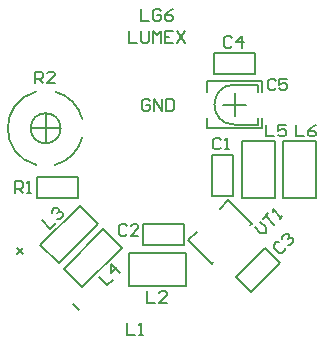
<source format=gto>
%FSLAX25Y25*%
%MOIN*%
G70*
G01*
G75*
G04 Layer_Color=65535*
%ADD10C,0.01000*%
G04:AMPARAMS|DCode=11|XSize=31.5mil|YSize=98.43mil|CornerRadius=0mil|HoleSize=0mil|Usage=FLASHONLY|Rotation=45.000|XOffset=0mil|YOffset=0mil|HoleType=Round|Shape=Rectangle|*
%AMROTATEDRECTD11*
4,1,4,0.02366,-0.04593,-0.04593,0.02366,-0.02366,0.04593,0.04593,-0.02366,0.02366,-0.04593,0.0*
%
%ADD11ROTATEDRECTD11*%

G04:AMPARAMS|DCode=12|XSize=31.5mil|YSize=70.87mil|CornerRadius=0mil|HoleSize=0mil|Usage=FLASHONLY|Rotation=45.000|XOffset=0mil|YOffset=0mil|HoleType=Round|Shape=Rectangle|*
%AMROTATEDRECTD12*
4,1,4,0.01392,-0.03619,-0.03619,0.01392,-0.01392,0.03619,0.03619,-0.01392,0.01392,-0.03619,0.0*
%
%ADD12ROTATEDRECTD12*%

G04:AMPARAMS|DCode=13|XSize=86.61mil|YSize=118.11mil|CornerRadius=0mil|HoleSize=0mil|Usage=FLASHONLY|Rotation=45.000|XOffset=0mil|YOffset=0mil|HoleType=Round|Shape=Rectangle|*
%AMROTATEDRECTD13*
4,1,4,0.01114,-0.07238,-0.07238,0.01114,-0.01114,0.07238,0.07238,-0.01114,0.01114,-0.07238,0.0*
%
%ADD13ROTATEDRECTD13*%

%ADD14R,0.07874X0.06299*%
%ADD15R,0.03937X0.05512*%
G04:AMPARAMS|DCode=16|XSize=70.87mil|YSize=47.24mil|CornerRadius=0mil|HoleSize=0mil|Usage=FLASHONLY|Rotation=315.000|XOffset=0mil|YOffset=0mil|HoleType=Round|Shape=Rectangle|*
%AMROTATEDRECTD16*
4,1,4,-0.04176,0.00835,-0.00835,0.04176,0.04176,-0.00835,0.00835,-0.04176,-0.04176,0.00835,0.0*
%
%ADD16ROTATEDRECTD16*%

%ADD17R,0.04528X0.09449*%
G04:AMPARAMS|DCode=18|XSize=55.12mil|YSize=39.37mil|CornerRadius=0mil|HoleSize=0mil|Usage=FLASHONLY|Rotation=135.000|XOffset=0mil|YOffset=0mil|HoleType=Round|Shape=Rectangle|*
%AMROTATEDRECTD18*
4,1,4,0.03341,-0.00557,0.00557,-0.03341,-0.03341,0.00557,-0.00557,0.03341,0.03341,-0.00557,0.0*
%
%ADD18ROTATEDRECTD18*%

%ADD19R,0.05512X0.03937*%
%ADD20R,0.09449X0.04528*%
%ADD21C,0.01969*%
%ADD22C,0.03937*%
%ADD23C,0.07087*%
%ADD24C,0.00984*%
%ADD25C,0.02953*%
%ADD26C,0.07087*%
%ADD27C,0.31496*%
%ADD28C,0.05315*%
%ADD29C,0.04331*%
%ADD30C,0.47244*%
%ADD31C,0.00591*%
%ADD32C,0.00787*%
D31*
X25591Y28346D02*
G03*
X25591Y14961I0J-6693D01*
G01*
X20779Y-12984D02*
X23563Y-10200D01*
X31358Y-17995D01*
X30801Y-18552D02*
X31358Y-17995D01*
X10200Y-23563D02*
X12984Y-20779D01*
X10200Y-23563D02*
X17995Y-31358D01*
X18552Y-30801D01*
X34646Y13780D02*
Y17323D01*
X16535Y13780D02*
X34646D01*
X16535D02*
Y17323D01*
X34646Y25984D02*
Y29528D01*
X16535D02*
X34646D01*
X16535Y25984D02*
Y29528D01*
X25591Y28346D02*
X33465D01*
Y25984D02*
Y28346D01*
X25591Y14961D02*
X33465D01*
Y17323D01*
X25591Y17717D02*
Y25591D01*
X21654Y21654D02*
X29528D01*
X-40354Y-9449D02*
X-26575D01*
Y-2362D01*
X-40354D02*
X-26575D01*
X-40354Y-9449D02*
Y-2362D01*
X-26048Y-12049D02*
X-19923Y-18174D01*
X-33007Y-31258D02*
X-19923Y-18174D01*
X-39132Y-25133D02*
X-33007Y-31258D01*
X-39132Y-25133D02*
X-26048Y-12049D01*
X-18174Y-19923D02*
X-12049Y-26048D01*
X-25133Y-39132D02*
X-12049Y-26048D01*
X-31258Y-33007D02*
X-25133Y-39132D01*
X-31258Y-33007D02*
X-18174Y-19923D01*
X-9449Y-38976D02*
X9449D01*
Y-27953D01*
X-9449D02*
X9449D01*
X-9449Y-38976D02*
Y-27953D01*
X-4921Y-25197D02*
Y-18110D01*
X8858D01*
Y-25197D02*
Y-18110D01*
X-4921Y-25197D02*
X8858D01*
X26087Y-35831D02*
X31098Y-40842D01*
X26087Y-35831D02*
X35831Y-26087D01*
X40842Y-31098D01*
X31098Y-40842D02*
X40842Y-31098D01*
X18110Y4921D02*
X25197D01*
Y-8858D02*
Y4921D01*
X18110Y-8858D02*
X25197D01*
X18110D02*
Y4921D01*
X38976Y-9449D02*
Y9449D01*
X27953D02*
X38976D01*
X27953Y-9449D02*
Y9449D01*
Y-9449D02*
X38976D01*
X52756D02*
Y9449D01*
X41732D02*
X52756D01*
X41732Y-9449D02*
Y9449D01*
Y-9449D02*
X52756D01*
X18701Y31890D02*
Y38976D01*
X32480D01*
Y31890D02*
Y38976D01*
X18701Y31890D02*
X32480D01*
X21128Y9973D02*
X20472Y10629D01*
X19160D01*
X18504Y9973D01*
Y7349D01*
X19160Y6693D01*
X20472D01*
X21128Y7349D01*
X22440Y6693D02*
X23752D01*
X23096D01*
Y10629D01*
X22440Y9973D01*
X-10368Y-18767D02*
X-11024Y-18112D01*
X-12336D01*
X-12992Y-18767D01*
Y-21391D01*
X-12336Y-22047D01*
X-11024D01*
X-10368Y-21391D01*
X-6433Y-22047D02*
X-9056D01*
X-6433Y-19423D01*
Y-18767D01*
X-7089Y-18112D01*
X-8400D01*
X-9056Y-18767D01*
X40481Y-24172D02*
X39553D01*
X38626Y-25100D01*
Y-26027D01*
X40481Y-27883D01*
X41409D01*
X42336Y-26955D01*
Y-26027D01*
X41409Y-23244D02*
Y-22317D01*
X42336Y-21389D01*
X43264Y-21389D01*
X43728Y-21853D01*
Y-22781D01*
X43264Y-23244D01*
X43728Y-22781D01*
X44655Y-22781D01*
X45119Y-23244D01*
Y-24172D01*
X44192Y-25100D01*
X43264D01*
X24671Y43831D02*
X24015Y44487D01*
X22703D01*
X22047Y43831D01*
Y41207D01*
X22703Y40551D01*
X24015D01*
X24671Y41207D01*
X27951Y40551D02*
Y44487D01*
X25983Y42519D01*
X28607D01*
X39238Y29658D02*
X38582Y30314D01*
X37270D01*
X36614Y29658D01*
Y27034D01*
X37270Y26378D01*
X38582D01*
X39238Y27034D01*
X43174Y30314D02*
X40550D01*
Y28346D01*
X41862Y29002D01*
X42518D01*
X43174Y28346D01*
Y27034D01*
X42518Y26378D01*
X41206D01*
X40550Y27034D01*
X-3543Y-40552D02*
Y-44488D01*
X-919D01*
X3016D02*
X392D01*
X3016Y-41864D01*
Y-41208D01*
X2360Y-40552D01*
X1048D01*
X392Y-41208D01*
X-38610Y-16902D02*
X-35827Y-19685D01*
X-33971Y-17830D01*
X-35363Y-14583D02*
Y-13655D01*
X-34435Y-12728D01*
X-33508Y-12728D01*
X-33044Y-13191D01*
Y-14119D01*
X-33508Y-14583D01*
X-33044Y-14119D01*
X-32116Y-14119D01*
X-31652Y-14583D01*
Y-15511D01*
X-32580Y-16438D01*
X-33508D01*
X-19712Y-35800D02*
X-16929Y-38583D01*
X-15074Y-36727D01*
X-12755Y-34408D02*
X-15538Y-31625D01*
Y-34408D01*
X-13682Y-32553D01*
X36220Y14959D02*
Y11024D01*
X38844D01*
X42780Y14959D02*
X40156D01*
Y12991D01*
X41468Y13647D01*
X42124D01*
X42780Y12991D01*
Y11680D01*
X42124Y11024D01*
X40812D01*
X40156Y11680D01*
X46063Y14959D02*
Y11024D01*
X48687D01*
X52623Y14959D02*
X51311Y14303D01*
X49999Y12991D01*
Y11680D01*
X50655Y11024D01*
X51967D01*
X52623Y11680D01*
Y12336D01*
X51967Y12991D01*
X49999D01*
X-47638Y-7874D02*
Y-3938D01*
X-45670D01*
X-45014Y-4594D01*
Y-5906D01*
X-45670Y-6562D01*
X-47638D01*
X-46326D02*
X-45014Y-7874D01*
X-43702D02*
X-42390D01*
X-43046D01*
Y-3938D01*
X-43702Y-4594D01*
X-40945Y28740D02*
Y32676D01*
X-38977D01*
X-38321Y32020D01*
Y30708D01*
X-38977Y30052D01*
X-40945D01*
X-39633D02*
X-38321Y28740D01*
X-34385D02*
X-37009D01*
X-34385Y31364D01*
Y32020D01*
X-35041Y32676D01*
X-36353D01*
X-37009Y32020D01*
X32256Y-19264D02*
X34112Y-21120D01*
X35967D01*
Y-19264D01*
X34112Y-17409D01*
X35039Y-16481D02*
X36895Y-14626D01*
X35967Y-15554D01*
X38750Y-18337D01*
X40605Y-16481D02*
X41533Y-15554D01*
X41069Y-16017D01*
X38286Y-13234D01*
Y-14162D01*
X-10236Y-51182D02*
Y-55118D01*
X-7612D01*
X-6301D02*
X-4989D01*
X-5644D01*
Y-51182D01*
X-6301Y-51838D01*
X-9449Y46062D02*
Y42126D01*
X-6825D01*
X-5513Y46062D02*
Y42782D01*
X-4857Y42126D01*
X-3545D01*
X-2889Y42782D01*
Y46062D01*
X-1577Y42126D02*
Y46062D01*
X-265Y44750D01*
X1046Y46062D01*
Y42126D01*
X4982Y46062D02*
X2358D01*
Y42126D01*
X4982D01*
X2358Y44094D02*
X3670D01*
X6294Y46062D02*
X8918Y42126D01*
Y46062D02*
X6294Y42126D01*
X-5512Y53542D02*
Y49606D01*
X-2888D01*
X1048Y52886D02*
X392Y53542D01*
X-920D01*
X-1576Y52886D01*
Y50262D01*
X-920Y49606D01*
X392D01*
X1048Y50262D01*
Y51574D01*
X-264D01*
X4984Y53542D02*
X3672Y52886D01*
X2360Y51574D01*
Y50262D01*
X3016Y49606D01*
X4327D01*
X4984Y50262D01*
Y50918D01*
X4327Y51574D01*
X2360D01*
X-2494Y22965D02*
X-3150Y23621D01*
X-4462D01*
X-5118Y22965D01*
Y20341D01*
X-4462Y19685D01*
X-3150D01*
X-2494Y20341D01*
Y21653D01*
X-3806D01*
X-1182Y19685D02*
Y23621D01*
X1441Y19685D01*
Y23621D01*
X2753D02*
Y19685D01*
X4721D01*
X5377Y20341D01*
Y22965D01*
X4721Y23621D01*
X2753D01*
X-28136Y-44868D02*
X-26281Y-46724D01*
X-46837Y-26168D02*
X-44982Y-28023D01*
Y-26168D02*
X-46837Y-28023D01*
D32*
X-32402Y13780D02*
G03*
X-32402Y13780I-5000J0D01*
G01*
X-25179Y16835D02*
G03*
X-34087Y25934I-12222J-3056D01*
G01*
X-34346Y1557D02*
G03*
X-25179Y10724I-3056J12222D01*
G01*
X-40457Y26002D02*
G03*
X-40457Y1557I3056J-12222D01*
G01*
X-37402Y8779D02*
Y18779D01*
X-42402Y13780D02*
X-32402D01*
M02*

</source>
